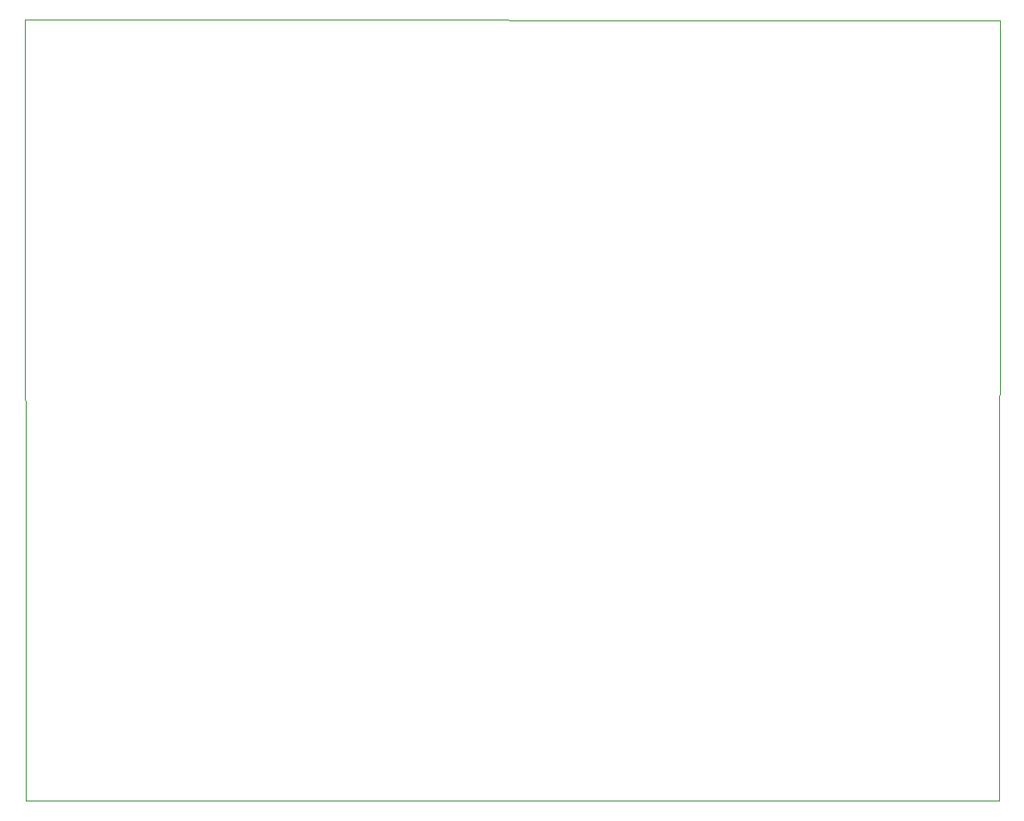
<source format=gbr>
G04 #@! TF.GenerationSoftware,KiCad,Pcbnew,(5.1.4)-1*
G04 #@! TF.CreationDate,2020-04-02T17:49:22-05:00*
G04 #@! TF.ProjectId,DoubLayerSim,446f7562-4c61-4796-9572-53696d2e6b69,rev?*
G04 #@! TF.SameCoordinates,Original*
G04 #@! TF.FileFunction,Profile,NP*
%FSLAX46Y46*%
G04 Gerber Fmt 4.6, Leading zero omitted, Abs format (unit mm)*
G04 Created by KiCad (PCBNEW (5.1.4)-1) date 2020-04-02 17:49:22*
%MOMM*%
%LPD*%
G04 APERTURE LIST*
%ADD10C,0.100000*%
G04 APERTURE END LIST*
D10*
X114325400Y-119100600D02*
X114325400Y-117703600D01*
X207060800Y-120142000D02*
X207035400Y-117754400D01*
X114325400Y-120192800D02*
X207060800Y-120142000D01*
X114325400Y-119100600D02*
X114325400Y-120192800D01*
X114325400Y-117703600D02*
X114249200Y-45745400D01*
X207086200Y-45821600D02*
X114249200Y-45745400D01*
X207035400Y-117754400D02*
X207086200Y-45821600D01*
M02*

</source>
